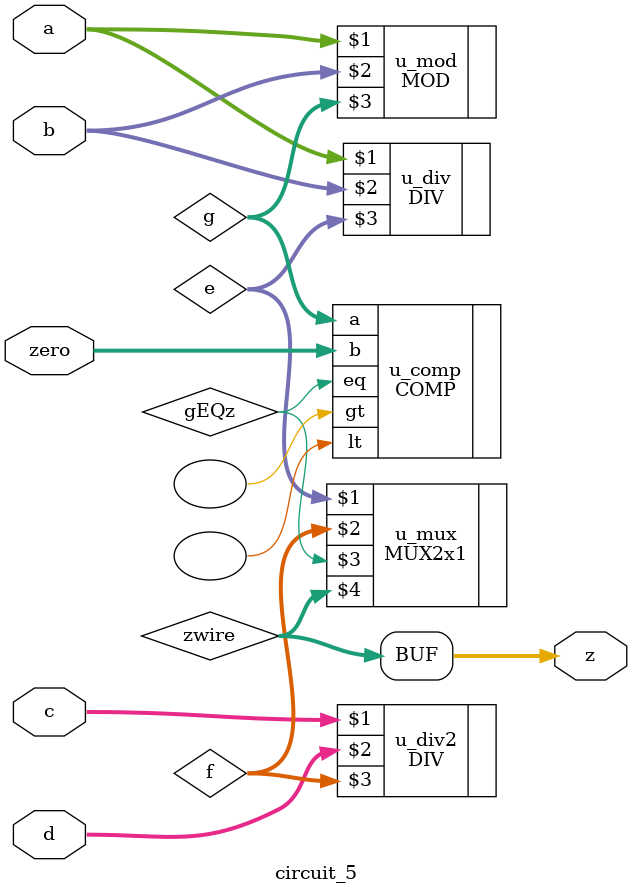
<source format=v>
module circuit_5 (

input [63:0] a,
input [63:0] b,
input [63:0] c,
input [63:0] d,
input [63:0] zero,

output [63:0] z
);

wire [63:0] e;
wire [63:0] f;
wire [63:0] g;
wire [63:0] zwire;
wire gEQz;  

// e = a / b
DIV #(64) u_div(a,b,e);

// f = c / d
DIV #(64) u_div2(c,d,f);

// g = a % b 
MOD #(64) u_mod(a,b,g);

// gEQz = (g == zero)
COMP #(64) u_comp(
	.a(g),
	.b(zero),
	.gt(),
	.lt(),
	.eq(gEQz)
	);

// zwire = gEQz ? e : f 
MUX2x1 #(64) u_mux(e,f,gEQz,zwire);

// z = zwire
assign z = zwire;

endmodule

</source>
